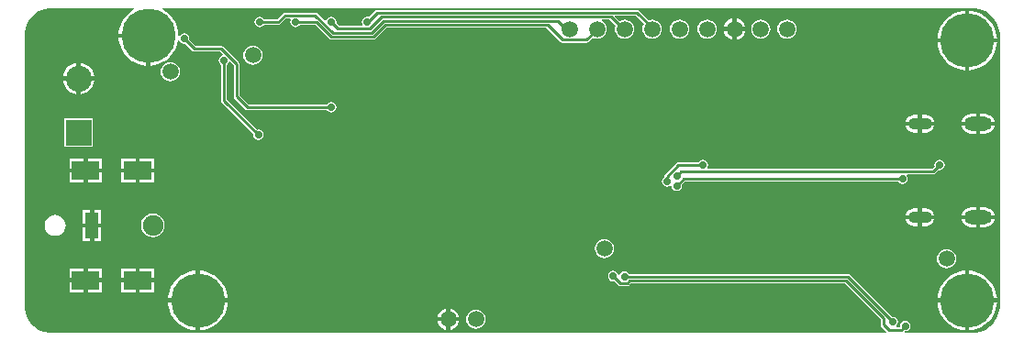
<source format=gbl>
G04*
G04 #@! TF.GenerationSoftware,Altium Limited,Altium Designer,20.1.14 (287)*
G04*
G04 Layer_Physical_Order=2*
G04 Layer_Color=16711680*
%FSLAX25Y25*%
%MOIN*%
G70*
G04*
G04 #@! TF.SameCoordinates,5CC0788B-ACE4-4DC4-998A-98AA571F8A3E*
G04*
G04*
G04 #@! TF.FilePolarity,Positive*
G04*
G01*
G75*
%ADD13C,0.01000*%
%ADD88C,0.05906*%
%ADD89C,0.19685*%
%ADD90C,0.09449*%
%ADD91R,0.09449X0.09449*%
%ADD92C,0.07480*%
%ADD93R,0.09843X0.06693*%
%ADD94R,0.04724X0.09449*%
%ADD95O,0.08661X0.04331*%
%ADD96O,0.10236X0.05118*%
%ADD97C,0.02756*%
%ADD98C,0.03937*%
%ADD99C,0.05000*%
G36*
X347248Y117726D02*
X349067Y116972D01*
X350705Y115878D01*
X352098Y114485D01*
X353193Y112847D01*
X353946Y111027D01*
X354331Y109095D01*
Y108110D01*
Y10000D01*
Y9015D01*
X353946Y7083D01*
X353193Y5263D01*
X352098Y3625D01*
X350705Y2232D01*
X349067Y1138D01*
X347248Y384D01*
X345316Y0D01*
X320100D01*
X319864Y500D01*
X319943Y597D01*
X320000Y585D01*
X320733Y731D01*
X321354Y1146D01*
X321769Y1767D01*
X321915Y2500D01*
X321769Y3233D01*
X321354Y3854D01*
X320733Y4269D01*
X320000Y4415D01*
X319267Y4269D01*
X318646Y3854D01*
X318231Y3233D01*
X318085Y2500D01*
X317671Y2020D01*
X316816D01*
X316665Y2520D01*
X316854Y2646D01*
X317269Y3267D01*
X317415Y4000D01*
X317269Y4733D01*
X316854Y5354D01*
X316233Y5769D01*
X315500Y5915D01*
X315106Y5836D01*
X299721Y21221D01*
X299390Y21442D01*
X299000Y21520D01*
X219577D01*
X219354Y21854D01*
X218733Y22269D01*
X218000Y22415D01*
X217267Y22269D01*
X216646Y21854D01*
X216231Y21233D01*
X216216Y21156D01*
X215706D01*
X215664Y21367D01*
X215249Y21988D01*
X214628Y22403D01*
X213895Y22549D01*
X213162Y22403D01*
X212541Y21988D01*
X212126Y21367D01*
X211980Y20634D01*
X212126Y19901D01*
X212541Y19280D01*
X213162Y18865D01*
X213895Y18719D01*
X214289Y18798D01*
X215686Y17401D01*
X216017Y17180D01*
X216407Y17102D01*
X218985D01*
X219375Y17180D01*
X219706Y17401D01*
X220285Y17980D01*
X297956D01*
X310980Y4956D01*
Y3000D01*
X311058Y2610D01*
X311279Y2279D01*
X313058Y500D01*
X312851Y0D01*
X9015D01*
X7083Y384D01*
X5263Y1138D01*
X3625Y2232D01*
X2232Y3625D01*
X1138Y5263D01*
X384Y7083D01*
X0Y9015D01*
Y10000D01*
Y108110D01*
Y109095D01*
X384Y111027D01*
X1138Y112847D01*
X2232Y114485D01*
X3625Y115878D01*
X5263Y116972D01*
X7083Y117726D01*
X9015Y118110D01*
X39790D01*
X39931Y117610D01*
X38607Y116799D01*
X37310Y115691D01*
X36201Y114393D01*
X35309Y112938D01*
X34656Y111361D01*
X34258Y109701D01*
X34183Y108750D01*
X45000D01*
Y108000D01*
X45750D01*
Y97183D01*
X46701Y97258D01*
X48361Y97656D01*
X49938Y98309D01*
X51393Y99201D01*
X52691Y100310D01*
X53799Y101607D01*
X54691Y103062D01*
X55344Y104639D01*
X55742Y106299D01*
X56136Y106273D01*
X56239Y106256D01*
X56646Y105646D01*
X57267Y105231D01*
X58000Y105085D01*
X58394Y105164D01*
X60954Y102603D01*
X61285Y102383D01*
X61676Y102305D01*
X71116D01*
X72080Y101341D01*
X71915Y100798D01*
X71767Y100769D01*
X71146Y100354D01*
X70731Y99733D01*
X70585Y99000D01*
X70731Y98267D01*
X71146Y97646D01*
X71480Y97423D01*
Y84500D01*
X71558Y84110D01*
X71779Y83779D01*
X83164Y72394D01*
X83085Y72000D01*
X83231Y71267D01*
X83646Y70646D01*
X84267Y70231D01*
X85000Y70085D01*
X85733Y70231D01*
X86354Y70646D01*
X86769Y71267D01*
X86915Y72000D01*
X86769Y72733D01*
X86354Y73354D01*
X85733Y73769D01*
X85000Y73915D01*
X84606Y73836D01*
X73520Y84922D01*
Y97423D01*
X73854Y97646D01*
X74269Y98267D01*
X74299Y98415D01*
X74841Y98580D01*
X75980Y97441D01*
Y86000D01*
X76058Y85610D01*
X76279Y85279D01*
X80279Y81279D01*
X80610Y81058D01*
X81000Y80980D01*
X109923D01*
X110146Y80646D01*
X110767Y80231D01*
X111500Y80085D01*
X112233Y80231D01*
X112854Y80646D01*
X113269Y81267D01*
X113415Y82000D01*
X113269Y82733D01*
X112854Y83354D01*
X112233Y83769D01*
X111500Y83915D01*
X110767Y83769D01*
X110146Y83354D01*
X109923Y83020D01*
X81422D01*
X78020Y86422D01*
Y97863D01*
X77942Y98253D01*
X77721Y98584D01*
X72259Y104045D01*
X71929Y104267D01*
X71538Y104344D01*
X62098D01*
X59836Y106606D01*
X59915Y107000D01*
X59769Y107733D01*
X59354Y108354D01*
X58733Y108769D01*
X58000Y108915D01*
X57267Y108769D01*
X56646Y108354D01*
X56373Y107946D01*
X56091Y107976D01*
X55869Y108091D01*
X55742Y109701D01*
X55344Y111361D01*
X54691Y112938D01*
X53799Y114393D01*
X52691Y115691D01*
X51393Y116799D01*
X50069Y117610D01*
X50210Y118110D01*
X345316D01*
X347248Y117726D01*
D02*
G37*
%LPC*%
G36*
X222500Y117520D02*
X128165D01*
X127774Y117442D01*
X127444Y117221D01*
X125032Y114809D01*
X124500Y114915D01*
X123767Y114769D01*
X123146Y114354D01*
X122731Y113733D01*
X122585Y113000D01*
X122731Y112267D01*
X122815Y112142D01*
X122548Y111642D01*
X114300D01*
X113336Y112606D01*
X113415Y113000D01*
X113269Y113733D01*
X112854Y114354D01*
X112233Y114769D01*
X111500Y114915D01*
X110767Y114769D01*
X110146Y114354D01*
X109731Y113733D01*
X109702Y113585D01*
X109159Y113420D01*
X106358Y116221D01*
X106027Y116442D01*
X105637Y116520D01*
X94738D01*
X94347Y116442D01*
X94017Y116221D01*
X91815Y114020D01*
X87077D01*
X86854Y114354D01*
X86233Y114769D01*
X85500Y114915D01*
X84767Y114769D01*
X84146Y114354D01*
X83731Y113733D01*
X83585Y113000D01*
X83731Y112267D01*
X84146Y111646D01*
X84767Y111231D01*
X85500Y111085D01*
X86233Y111231D01*
X86854Y111646D01*
X87077Y111980D01*
X92238D01*
X92628Y112058D01*
X92958Y112279D01*
X95160Y114480D01*
X96629D01*
X96896Y113980D01*
X96731Y113733D01*
X96585Y113000D01*
X96731Y112267D01*
X97146Y111646D01*
X97767Y111231D01*
X98500Y111085D01*
X99233Y111231D01*
X99854Y111646D01*
X100077Y111980D01*
X105593D01*
X110673Y106901D01*
X111003Y106680D01*
X111394Y106602D01*
X126728D01*
X127118Y106680D01*
X127449Y106901D01*
X131528Y110980D01*
X189578D01*
X194732Y105826D01*
X195063Y105605D01*
X195453Y105528D01*
X204047D01*
X204437Y105605D01*
X204768Y105826D01*
X206377Y107435D01*
X207099Y107136D01*
X208000Y107018D01*
X208901Y107136D01*
X209741Y107484D01*
X210462Y108037D01*
X211016Y108759D01*
X211364Y109599D01*
X211483Y110500D01*
X211364Y111401D01*
X211016Y112241D01*
X210462Y112962D01*
X209788Y113480D01*
X209789Y113636D01*
X209927Y113980D01*
X212578D01*
X214789Y111769D01*
X214636Y111401D01*
X214517Y110500D01*
X214636Y109599D01*
X214984Y108759D01*
X215538Y108037D01*
X216259Y107484D01*
X217099Y107136D01*
X218000Y107018D01*
X218901Y107136D01*
X219741Y107484D01*
X220462Y108037D01*
X221016Y108759D01*
X221364Y109599D01*
X221482Y110500D01*
X221364Y111401D01*
X221016Y112241D01*
X220462Y112962D01*
X219741Y113516D01*
X218901Y113864D01*
X218000Y113982D01*
X217099Y113864D01*
X216259Y113516D01*
X216070Y113372D01*
X214423Y115018D01*
X214615Y115480D01*
X222078D01*
X225129Y112430D01*
X224984Y112241D01*
X224636Y111401D01*
X224517Y110500D01*
X224636Y109599D01*
X224984Y108759D01*
X225537Y108037D01*
X226259Y107484D01*
X227099Y107136D01*
X228000Y107018D01*
X228901Y107136D01*
X229741Y107484D01*
X230463Y108037D01*
X231016Y108759D01*
X231364Y109599D01*
X231483Y110500D01*
X231364Y111401D01*
X231016Y112241D01*
X230463Y112962D01*
X229741Y113516D01*
X228901Y113864D01*
X228000Y113982D01*
X227099Y113864D01*
X226730Y113711D01*
X223221Y117221D01*
X222890Y117442D01*
X222500Y117520D01*
D02*
G37*
G36*
X258750Y114388D02*
Y111250D01*
X261888D01*
X261851Y111532D01*
X261453Y112493D01*
X260819Y113319D01*
X259993Y113953D01*
X259032Y114351D01*
X258750Y114388D01*
D02*
G37*
G36*
X257250D02*
X256968Y114351D01*
X256007Y113953D01*
X255181Y113319D01*
X254547Y112493D01*
X254149Y111532D01*
X254112Y111250D01*
X257250D01*
Y114388D01*
D02*
G37*
G36*
X343270Y117116D02*
Y107049D01*
X353337D01*
X353262Y108001D01*
X352863Y109660D01*
X352210Y111237D01*
X351319Y112692D01*
X350210Y113990D01*
X348913Y115098D01*
X347457Y115990D01*
X345881Y116643D01*
X344221Y117041D01*
X343270Y117116D01*
D02*
G37*
G36*
X341770D02*
X340818Y117041D01*
X339159Y116643D01*
X337582Y115990D01*
X336127Y115098D01*
X334829Y113990D01*
X333721Y112692D01*
X332829Y111237D01*
X332176Y109660D01*
X331778Y108001D01*
X331703Y107049D01*
X341770D01*
Y117116D01*
D02*
G37*
G36*
X277000Y113982D02*
X276099Y113864D01*
X275259Y113516D01*
X274537Y112962D01*
X273984Y112241D01*
X273636Y111401D01*
X273517Y110500D01*
X273636Y109599D01*
X273984Y108759D01*
X274537Y108037D01*
X275259Y107484D01*
X276099Y107136D01*
X277000Y107018D01*
X277901Y107136D01*
X278741Y107484D01*
X279463Y108037D01*
X280016Y108759D01*
X280364Y109599D01*
X280483Y110500D01*
X280364Y111401D01*
X280016Y112241D01*
X279463Y112962D01*
X278741Y113516D01*
X277901Y113864D01*
X277000Y113982D01*
D02*
G37*
G36*
X267500D02*
X266599Y113864D01*
X265759Y113516D01*
X265037Y112962D01*
X264484Y112241D01*
X264136Y111401D01*
X264018Y110500D01*
X264136Y109599D01*
X264484Y108759D01*
X265037Y108037D01*
X265759Y107484D01*
X266599Y107136D01*
X267500Y107018D01*
X268401Y107136D01*
X269241Y107484D01*
X269963Y108037D01*
X270516Y108759D01*
X270864Y109599D01*
X270983Y110500D01*
X270864Y111401D01*
X270516Y112241D01*
X269963Y112962D01*
X269241Y113516D01*
X268401Y113864D01*
X267500Y113982D01*
D02*
G37*
G36*
X248000D02*
X247099Y113864D01*
X246259Y113516D01*
X245537Y112962D01*
X244984Y112241D01*
X244636Y111401D01*
X244517Y110500D01*
X244636Y109599D01*
X244984Y108759D01*
X245537Y108037D01*
X246259Y107484D01*
X247099Y107136D01*
X248000Y107018D01*
X248901Y107136D01*
X249741Y107484D01*
X250463Y108037D01*
X251016Y108759D01*
X251364Y109599D01*
X251483Y110500D01*
X251364Y111401D01*
X251016Y112241D01*
X250463Y112962D01*
X249741Y113516D01*
X248901Y113864D01*
X248000Y113982D01*
D02*
G37*
G36*
X238000D02*
X237099Y113864D01*
X236259Y113516D01*
X235538Y112962D01*
X234984Y112241D01*
X234636Y111401D01*
X234518Y110500D01*
X234636Y109599D01*
X234984Y108759D01*
X235538Y108037D01*
X236259Y107484D01*
X237099Y107136D01*
X238000Y107018D01*
X238901Y107136D01*
X239741Y107484D01*
X240462Y108037D01*
X241016Y108759D01*
X241364Y109599D01*
X241482Y110500D01*
X241364Y111401D01*
X241016Y112241D01*
X240462Y112962D01*
X239741Y113516D01*
X238901Y113864D01*
X238000Y113982D01*
D02*
G37*
G36*
X257250Y109750D02*
X254112D01*
X254149Y109468D01*
X254547Y108507D01*
X255181Y107681D01*
X256007Y107047D01*
X256968Y106649D01*
X257250Y106612D01*
Y109750D01*
D02*
G37*
G36*
X261888D02*
X258750D01*
Y106612D01*
X259032Y106649D01*
X259993Y107047D01*
X260819Y107681D01*
X261453Y108507D01*
X261851Y109468D01*
X261888Y109750D01*
D02*
G37*
G36*
X83000Y104482D02*
X82099Y104364D01*
X81259Y104016D01*
X80537Y103463D01*
X79984Y102741D01*
X79636Y101901D01*
X79518Y101000D01*
X79636Y100099D01*
X79984Y99259D01*
X80537Y98537D01*
X81259Y97984D01*
X82099Y97636D01*
X83000Y97518D01*
X83901Y97636D01*
X84741Y97984D01*
X85462Y98537D01*
X86016Y99259D01*
X86364Y100099D01*
X86483Y101000D01*
X86364Y101901D01*
X86016Y102741D01*
X85462Y103463D01*
X84741Y104016D01*
X83901Y104364D01*
X83000Y104482D01*
D02*
G37*
G36*
X44250Y107250D02*
X34183D01*
X34258Y106299D01*
X34656Y104639D01*
X35309Y103062D01*
X36201Y101607D01*
X37310Y100310D01*
X38607Y99201D01*
X40062Y98309D01*
X41639Y97656D01*
X43299Y97258D01*
X44250Y97183D01*
Y107250D01*
D02*
G37*
G36*
X353337Y105549D02*
X343270D01*
Y95482D01*
X344221Y95557D01*
X345881Y95955D01*
X347457Y96609D01*
X348913Y97500D01*
X350210Y98609D01*
X351319Y99906D01*
X352210Y101362D01*
X352863Y102938D01*
X353262Y104598D01*
X353337Y105549D01*
D02*
G37*
G36*
X341770D02*
X331703D01*
X331778Y104598D01*
X332176Y102938D01*
X332829Y101362D01*
X333721Y99906D01*
X334829Y98609D01*
X336127Y97500D01*
X337582Y96609D01*
X339159Y95955D01*
X340818Y95557D01*
X341770Y95482D01*
Y105549D01*
D02*
G37*
G36*
X20435Y98195D02*
Y93270D01*
X25360D01*
X25262Y94014D01*
X24685Y95407D01*
X23768Y96602D01*
X22572Y97520D01*
X21179Y98097D01*
X20435Y98195D01*
D02*
G37*
G36*
X18935D02*
X18191Y98097D01*
X16798Y97520D01*
X15602Y96602D01*
X14685Y95407D01*
X14108Y94014D01*
X14010Y93270D01*
X18935D01*
Y98195D01*
D02*
G37*
G36*
X53000Y98483D02*
X52099Y98364D01*
X51259Y98016D01*
X50538Y97462D01*
X49984Y96741D01*
X49636Y95901D01*
X49518Y95000D01*
X49636Y94099D01*
X49984Y93259D01*
X50538Y92537D01*
X51259Y91984D01*
X52099Y91636D01*
X53000Y91518D01*
X53901Y91636D01*
X54741Y91984D01*
X55462Y92537D01*
X56016Y93259D01*
X56364Y94099D01*
X56482Y95000D01*
X56364Y95901D01*
X56016Y96741D01*
X55462Y97462D01*
X54741Y98016D01*
X53901Y98364D01*
X53000Y98483D01*
D02*
G37*
G36*
X25360Y91770D02*
X20435D01*
Y86845D01*
X21179Y86943D01*
X22572Y87519D01*
X23768Y88437D01*
X24685Y89633D01*
X25262Y91025D01*
X25360Y91770D01*
D02*
G37*
G36*
X18935D02*
X14010D01*
X14108Y91025D01*
X14685Y89633D01*
X15602Y88437D01*
X16798Y87519D01*
X18191Y86943D01*
X18935Y86845D01*
Y91770D01*
D02*
G37*
G36*
X349016Y79653D02*
X347207D01*
Y76813D01*
X352507D01*
X352483Y76992D01*
X352125Y77858D01*
X351554Y78601D01*
X350811Y79172D01*
X349945Y79530D01*
X349016Y79653D01*
D02*
G37*
G36*
X327520Y79256D02*
X326104D01*
Y76813D01*
X330614D01*
X330604Y76889D01*
X330285Y77659D01*
X329777Y78320D01*
X329116Y78828D01*
X328346Y79147D01*
X327520Y79256D01*
D02*
G37*
G36*
X324604D02*
X323189D01*
X322363Y79147D01*
X321593Y78828D01*
X320931Y78320D01*
X320424Y77659D01*
X320105Y76889D01*
X320095Y76813D01*
X324604D01*
Y79256D01*
D02*
G37*
G36*
X345707Y79653D02*
X343898D01*
X342969Y79530D01*
X342103Y79172D01*
X341359Y78601D01*
X340789Y77858D01*
X340430Y76992D01*
X340407Y76813D01*
X345707D01*
Y79653D01*
D02*
G37*
G36*
X330614Y75313D02*
X326104D01*
Y72870D01*
X327520D01*
X328346Y72979D01*
X329116Y73298D01*
X329777Y73805D01*
X330285Y74467D01*
X330604Y75237D01*
X330614Y75313D01*
D02*
G37*
G36*
X324604D02*
X320095D01*
X320105Y75237D01*
X320424Y74467D01*
X320931Y73805D01*
X321593Y73298D01*
X322363Y72979D01*
X323189Y72870D01*
X324604D01*
Y75313D01*
D02*
G37*
G36*
X352507D02*
X347207D01*
Y72473D01*
X349016D01*
X349945Y72596D01*
X350811Y72954D01*
X351554Y73525D01*
X352125Y74268D01*
X352483Y75134D01*
X352507Y75313D01*
D02*
G37*
G36*
X345707D02*
X340407D01*
X340430Y75134D01*
X340789Y74268D01*
X341359Y73525D01*
X342103Y72954D01*
X342969Y72596D01*
X343898Y72473D01*
X345707D01*
Y75313D01*
D02*
G37*
G36*
X24909Y78059D02*
X14461D01*
Y67610D01*
X24909D01*
Y78059D01*
D02*
G37*
G36*
X47063Y63402D02*
X41892D01*
Y59805D01*
X47063D01*
Y63402D01*
D02*
G37*
G36*
X28165D02*
X22994D01*
Y59805D01*
X28165D01*
Y63402D01*
D02*
G37*
G36*
X40392D02*
X35221D01*
Y59805D01*
X40392D01*
Y63402D01*
D02*
G37*
G36*
X21494D02*
X16323D01*
Y59805D01*
X21494D01*
Y63402D01*
D02*
G37*
G36*
X332500Y62915D02*
X331767Y62769D01*
X331146Y62354D01*
X330731Y61733D01*
X330585Y61000D01*
X330664Y60606D01*
X329700Y59642D01*
X248452D01*
X248185Y60142D01*
X248269Y60267D01*
X248415Y61000D01*
X248269Y61733D01*
X247854Y62354D01*
X247233Y62769D01*
X246500Y62915D01*
X245767Y62769D01*
X245146Y62354D01*
X244923Y62020D01*
X237637D01*
X237247Y61942D01*
X236916Y61721D01*
X232779Y57584D01*
X232558Y57253D01*
X232480Y56863D01*
Y56577D01*
X232146Y56354D01*
X231731Y55733D01*
X231585Y55000D01*
X231731Y54267D01*
X232146Y53646D01*
X232767Y53231D01*
X233500Y53085D01*
X234233Y53231D01*
X234611Y53484D01*
X235137Y53239D01*
X235231Y52767D01*
X235646Y52146D01*
X236267Y51731D01*
X237000Y51585D01*
X237733Y51731D01*
X238354Y52146D01*
X238769Y52767D01*
X238915Y53500D01*
X238836Y53894D01*
X239922Y54980D01*
X317423D01*
X317646Y54646D01*
X318267Y54231D01*
X319000Y54085D01*
X319733Y54231D01*
X320354Y54646D01*
X320769Y55267D01*
X320915Y56000D01*
X320769Y56733D01*
X320522Y57102D01*
X320789Y57602D01*
X330122D01*
X330512Y57680D01*
X330843Y57901D01*
X332106Y59164D01*
X332500Y59085D01*
X333233Y59231D01*
X333854Y59646D01*
X334269Y60267D01*
X334415Y61000D01*
X334269Y61733D01*
X333854Y62354D01*
X333233Y62769D01*
X332500Y62915D01*
D02*
G37*
G36*
X47063Y58305D02*
X41892D01*
Y54709D01*
X47063D01*
Y58305D01*
D02*
G37*
G36*
X40392D02*
X35221D01*
Y54709D01*
X40392D01*
Y58305D01*
D02*
G37*
G36*
X28165D02*
X22994D01*
Y54709D01*
X28165D01*
Y58305D01*
D02*
G37*
G36*
X21494D02*
X16323D01*
Y54709D01*
X21494D01*
Y58305D01*
D02*
G37*
G36*
X349016Y45637D02*
X347207D01*
Y42797D01*
X352507D01*
X352483Y42976D01*
X352125Y43842D01*
X351554Y44586D01*
X350811Y45156D01*
X349945Y45515D01*
X349016Y45637D01*
D02*
G37*
G36*
X327520Y45240D02*
X326104D01*
Y42797D01*
X330614D01*
X330604Y42874D01*
X330285Y43644D01*
X329777Y44305D01*
X329116Y44812D01*
X328346Y45131D01*
X327520Y45240D01*
D02*
G37*
G36*
X324604D02*
X323189D01*
X322363Y45131D01*
X321593Y44812D01*
X320931Y44305D01*
X320424Y43644D01*
X320105Y42874D01*
X320095Y42797D01*
X324604D01*
Y45240D01*
D02*
G37*
G36*
X345707Y45637D02*
X343898D01*
X342969Y45515D01*
X342103Y45156D01*
X341359Y44586D01*
X340789Y43842D01*
X340430Y42976D01*
X340407Y42797D01*
X345707D01*
Y45637D01*
D02*
G37*
G36*
X27968Y44839D02*
X25356D01*
Y39864D01*
X27968D01*
Y44839D01*
D02*
G37*
G36*
X23856D02*
X21244D01*
Y39864D01*
X23856D01*
Y44839D01*
D02*
G37*
G36*
X330614Y41297D02*
X326104D01*
Y38855D01*
X327520D01*
X328346Y38963D01*
X329116Y39282D01*
X329777Y39790D01*
X330285Y40451D01*
X330604Y41221D01*
X330614Y41297D01*
D02*
G37*
G36*
X324604D02*
X320095D01*
X320105Y41221D01*
X320424Y40451D01*
X320931Y39790D01*
X321593Y39282D01*
X322363Y38963D01*
X323189Y38855D01*
X324604D01*
Y41297D01*
D02*
G37*
G36*
X352507D02*
X347207D01*
Y38458D01*
X349016D01*
X349945Y38580D01*
X350811Y38938D01*
X351554Y39509D01*
X352125Y40252D01*
X352483Y41118D01*
X352507Y41297D01*
D02*
G37*
G36*
X345707D02*
X340407D01*
X340430Y41118D01*
X340789Y40252D01*
X341359Y39509D01*
X342103Y38938D01*
X342969Y38580D01*
X343898Y38458D01*
X345707D01*
Y41297D01*
D02*
G37*
G36*
X11220Y42994D02*
X10216Y42862D01*
X9281Y42474D01*
X8477Y41857D01*
X7861Y41054D01*
X7473Y40118D01*
X7341Y39114D01*
X7473Y38110D01*
X7861Y37174D01*
X8477Y36371D01*
X9281Y35754D01*
X10216Y35367D01*
X11220Y35234D01*
X12225Y35367D01*
X13160Y35754D01*
X13964Y36371D01*
X14580Y37174D01*
X14968Y38110D01*
X15100Y39114D01*
X14968Y40118D01*
X14580Y41054D01*
X13964Y41857D01*
X13160Y42474D01*
X12225Y42862D01*
X11220Y42994D01*
D02*
G37*
G36*
X46654Y43391D02*
X45547Y43245D01*
X44515Y42818D01*
X43629Y42138D01*
X42950Y41252D01*
X42522Y40221D01*
X42377Y39114D01*
X42522Y38007D01*
X42950Y36976D01*
X43629Y36090D01*
X44515Y35410D01*
X45547Y34983D01*
X46654Y34837D01*
X47760Y34983D01*
X48792Y35410D01*
X49678Y36090D01*
X50357Y36976D01*
X50785Y38007D01*
X50930Y39114D01*
X50785Y40221D01*
X50357Y41252D01*
X49678Y42138D01*
X48792Y42818D01*
X47760Y43245D01*
X46654Y43391D01*
D02*
G37*
G36*
X27968Y38364D02*
X25356D01*
Y33390D01*
X27968D01*
Y38364D01*
D02*
G37*
G36*
X23856D02*
X21244D01*
Y33390D01*
X23856D01*
Y38364D01*
D02*
G37*
G36*
X210673Y34156D02*
X209772Y34037D01*
X208932Y33689D01*
X208211Y33136D01*
X207657Y32414D01*
X207309Y31575D01*
X207191Y30673D01*
X207309Y29772D01*
X207657Y28932D01*
X208211Y28211D01*
X208932Y27657D01*
X209772Y27309D01*
X210673Y27191D01*
X211575Y27309D01*
X212415Y27657D01*
X213136Y28211D01*
X213689Y28932D01*
X214037Y29772D01*
X214156Y30673D01*
X214037Y31575D01*
X213689Y32414D01*
X213136Y33136D01*
X212415Y33689D01*
X211575Y34037D01*
X210673Y34156D01*
D02*
G37*
G36*
X335000Y30483D02*
X334099Y30364D01*
X333259Y30016D01*
X332538Y29463D01*
X331984Y28741D01*
X331636Y27901D01*
X331518Y27000D01*
X331636Y26099D01*
X331984Y25259D01*
X332538Y24538D01*
X333259Y23984D01*
X334099Y23636D01*
X335000Y23517D01*
X335901Y23636D01*
X336741Y23984D01*
X337462Y24538D01*
X338016Y25259D01*
X338364Y26099D01*
X338482Y27000D01*
X338364Y27901D01*
X338016Y28741D01*
X337462Y29463D01*
X336741Y30016D01*
X335901Y30364D01*
X335000Y30483D01*
D02*
G37*
G36*
X47063Y23520D02*
X41892D01*
Y19923D01*
X47063D01*
Y23520D01*
D02*
G37*
G36*
X28165D02*
X22994D01*
Y19923D01*
X28165D01*
Y23520D01*
D02*
G37*
G36*
X40392D02*
X35221D01*
Y19923D01*
X40392D01*
Y23520D01*
D02*
G37*
G36*
X21494D02*
X16323D01*
Y19923D01*
X21494D01*
Y23520D01*
D02*
G37*
G36*
X47063Y18423D02*
X41892D01*
Y14827D01*
X47063D01*
Y18423D01*
D02*
G37*
G36*
X40392D02*
X35221D01*
Y14827D01*
X40392D01*
Y18423D01*
D02*
G37*
G36*
X28165D02*
X22994D01*
Y14827D01*
X28165D01*
Y18423D01*
D02*
G37*
G36*
X21494D02*
X16323D01*
Y14827D01*
X21494D01*
Y18423D01*
D02*
G37*
G36*
X343270Y22628D02*
Y12561D01*
X353337D01*
X353262Y13512D01*
X352863Y15172D01*
X352210Y16749D01*
X351319Y18204D01*
X350210Y19502D01*
X348913Y20610D01*
X347457Y21502D01*
X345881Y22155D01*
X344221Y22553D01*
X343270Y22628D01*
D02*
G37*
G36*
X341770D02*
X340818Y22553D01*
X339159Y22155D01*
X337582Y21502D01*
X336127Y20610D01*
X334829Y19502D01*
X333721Y18204D01*
X332829Y16749D01*
X332176Y15172D01*
X331778Y13512D01*
X331703Y12561D01*
X341770D01*
Y22628D01*
D02*
G37*
G36*
X63742D02*
Y12561D01*
X73809D01*
X73734Y13512D01*
X73336Y15172D01*
X72683Y16749D01*
X71791Y18204D01*
X70683Y19502D01*
X69385Y20610D01*
X67930Y21502D01*
X66353Y22155D01*
X64693Y22553D01*
X63742Y22628D01*
D02*
G37*
G36*
X62242D02*
X61291Y22553D01*
X59631Y22155D01*
X58055Y21502D01*
X56599Y20610D01*
X55302Y19502D01*
X54193Y18204D01*
X53302Y16749D01*
X52648Y15172D01*
X52250Y13512D01*
X52175Y12561D01*
X62242D01*
Y22628D01*
D02*
G37*
G36*
X154750Y8888D02*
Y5750D01*
X157888D01*
X157851Y6032D01*
X157453Y6993D01*
X156819Y7819D01*
X155993Y8453D01*
X155032Y8851D01*
X154750Y8888D01*
D02*
G37*
G36*
X153250D02*
X152968Y8851D01*
X152007Y8453D01*
X151181Y7819D01*
X150547Y6993D01*
X150149Y6032D01*
X150112Y5750D01*
X153250D01*
Y8888D01*
D02*
G37*
G36*
X164000Y8483D02*
X163099Y8364D01*
X162259Y8016D01*
X161538Y7463D01*
X160984Y6741D01*
X160636Y5901D01*
X160518Y5000D01*
X160636Y4099D01*
X160984Y3259D01*
X161538Y2537D01*
X162259Y1984D01*
X163099Y1636D01*
X164000Y1517D01*
X164901Y1636D01*
X165741Y1984D01*
X166463Y2537D01*
X167016Y3259D01*
X167364Y4099D01*
X167482Y5000D01*
X167364Y5901D01*
X167016Y6741D01*
X166463Y7463D01*
X165741Y8016D01*
X164901Y8364D01*
X164000Y8483D01*
D02*
G37*
G36*
X157888Y4250D02*
X154750D01*
Y1112D01*
X155032Y1149D01*
X155993Y1547D01*
X156819Y2181D01*
X157453Y3007D01*
X157851Y3968D01*
X157888Y4250D01*
D02*
G37*
G36*
X153250D02*
X150112D01*
X150149Y3968D01*
X150547Y3007D01*
X151181Y2181D01*
X152007Y1547D01*
X152968Y1149D01*
X153250Y1112D01*
Y4250D01*
D02*
G37*
G36*
X353337Y11061D02*
X343270D01*
Y994D01*
X344221Y1069D01*
X345881Y1467D01*
X347457Y2120D01*
X348913Y3012D01*
X350210Y4121D01*
X351319Y5418D01*
X352210Y6873D01*
X352863Y8450D01*
X353262Y10110D01*
X353337Y11061D01*
D02*
G37*
G36*
X341770D02*
X331703D01*
X331778Y10110D01*
X332176Y8450D01*
X332829Y6873D01*
X333721Y5418D01*
X334829Y4121D01*
X336127Y3012D01*
X337582Y2120D01*
X339159Y1467D01*
X340818Y1069D01*
X341770Y994D01*
Y11061D01*
D02*
G37*
G36*
X73809D02*
X63742D01*
Y994D01*
X64693Y1069D01*
X66353Y1467D01*
X67930Y2120D01*
X69385Y3012D01*
X70683Y4121D01*
X71791Y5418D01*
X72683Y6873D01*
X73336Y8450D01*
X73734Y10110D01*
X73809Y11061D01*
D02*
G37*
G36*
X62242D02*
X52175D01*
X52250Y10110D01*
X52648Y8450D01*
X53302Y6873D01*
X54193Y5418D01*
X55302Y4121D01*
X56599Y3012D01*
X58055Y2120D01*
X59631Y1467D01*
X61291Y1069D01*
X62242Y994D01*
Y11061D01*
D02*
G37*
%LPD*%
D13*
X237000Y53500D02*
X237000D01*
X239500Y56000D02*
X319000D01*
X237000Y53500D02*
X239500Y56000D01*
X237000Y57000D02*
X238622Y58622D01*
X330122D01*
X233500Y55000D02*
Y56863D01*
X237637Y61000D01*
X246500D01*
X330122Y58622D02*
X332500Y61000D01*
X213895Y20634D02*
X216407Y18122D01*
X218985D01*
X298379Y19000D02*
X312000Y5379D01*
X219863Y19000D02*
X298379D01*
X218985Y18122D02*
X219863Y19000D01*
X312000Y3000D02*
Y5379D01*
Y3000D02*
X314000Y1000D01*
X318500D01*
X320000Y2500D01*
X218000Y20500D02*
X299000D01*
X315500Y4000D01*
Y4000D02*
Y4000D01*
X213000Y115000D02*
X218000Y110000D01*
X195453Y106547D02*
X204047D01*
X208000Y110500D01*
X131106Y112000D02*
X190000D01*
X195453Y106547D01*
X126728Y107622D02*
X131106Y112000D01*
X111394Y107622D02*
X126728D01*
X106016Y113000D02*
X111394Y107622D01*
X98500Y113000D02*
X106016D01*
X130484Y113500D02*
X193961D01*
X126106Y109122D02*
X128378Y111394D01*
Y111394D01*
X130484Y113500D01*
X112015Y109122D02*
X126106D01*
X126878Y112015D02*
Y112015D01*
X129863Y115000D02*
X213000D01*
X126878Y112015D02*
X129863Y115000D01*
X125485Y110622D02*
X126878Y112015D01*
X113878Y110622D02*
X125485D01*
X193961Y113500D02*
X196961Y110500D01*
X198000D01*
X124664Y113000D02*
X128165Y116500D01*
X222500D02*
X228000Y111000D01*
X128165Y116500D02*
X222500D01*
X105637Y115500D02*
X112015Y109122D01*
X94738Y115500D02*
X105637D01*
X85500Y113000D02*
X92238D01*
X94738Y115500D01*
X111500Y113000D02*
X113878Y110622D01*
X72500Y84500D02*
X85000Y72000D01*
X72500Y84500D02*
Y99000D01*
X124500Y113000D02*
X124664D01*
X81000Y82000D02*
X111500D01*
X77000Y86000D02*
X81000Y82000D01*
X77000Y86000D02*
Y97863D01*
X61676Y103324D02*
X71538D01*
X58000Y107000D02*
X61676Y103324D01*
X71538D02*
X77000Y97863D01*
D88*
X154000Y5000D02*
D03*
X258000Y110500D02*
D03*
X83000Y101000D02*
D03*
X335000Y27000D02*
D03*
X164000Y5000D02*
D03*
X53000Y95000D02*
D03*
X210673Y30673D02*
D03*
X198000Y110500D02*
D03*
X208000D02*
D03*
X218000D02*
D03*
X277000D02*
D03*
X267500D02*
D03*
X248000D02*
D03*
X238000D02*
D03*
X228000D02*
D03*
D89*
X342520Y11811D02*
D03*
Y106299D02*
D03*
X62992Y11811D02*
D03*
X45000Y108000D02*
D03*
D90*
X19685Y92520D02*
D03*
D91*
Y72835D02*
D03*
D92*
X46654Y39114D02*
D03*
D93*
X41142Y59055D02*
D03*
X22244D02*
D03*
X41142Y19173D02*
D03*
X22244D02*
D03*
D94*
X24606Y39114D02*
D03*
D95*
X325354Y42047D02*
D03*
Y76063D02*
D03*
D96*
X346457Y42047D02*
D03*
Y76063D02*
D03*
D97*
X240755Y85196D02*
D03*
X332677Y94488D02*
D03*
Y86614D02*
D03*
X324803Y102362D02*
D03*
Y94488D02*
D03*
Y86614D02*
D03*
X316929Y102362D02*
D03*
Y94488D02*
D03*
Y86614D02*
D03*
X342520Y51181D02*
D03*
Y59055D02*
D03*
Y66929D02*
D03*
X350394D02*
D03*
Y59055D02*
D03*
Y51181D02*
D03*
X29528Y108268D02*
D03*
X21654D02*
D03*
X13780D02*
D03*
X5906D02*
D03*
X120079Y104331D02*
D03*
X112205D02*
D03*
X104331D02*
D03*
X96457D02*
D03*
X4437Y20185D02*
D03*
Y28059D02*
D03*
Y51681D02*
D03*
Y59555D02*
D03*
Y67429D02*
D03*
Y75303D02*
D03*
X8378Y4000D02*
D03*
X16252D02*
D03*
X24126D02*
D03*
X32000D02*
D03*
X39874D02*
D03*
X47748D02*
D03*
X78740Y14636D02*
D03*
X86614D02*
D03*
X94488D02*
D03*
X102362D02*
D03*
X110236D02*
D03*
X118110D02*
D03*
X125984D02*
D03*
X133858D02*
D03*
Y6762D02*
D03*
X125984D02*
D03*
X118110D02*
D03*
X110236D02*
D03*
X102362D02*
D03*
X94488D02*
D03*
X86614D02*
D03*
X78740D02*
D03*
X344000Y34000D02*
D03*
X314000Y20500D02*
D03*
X318500Y25500D02*
D03*
X303500Y20500D02*
D03*
X272500Y23000D02*
D03*
X280500Y34500D02*
D03*
X253270Y24535D02*
D03*
X233000Y24500D02*
D03*
X227000D02*
D03*
X89500Y27500D02*
D03*
X83000D02*
D03*
X77500Y35500D02*
D03*
X70500D02*
D03*
X58000Y54000D02*
D03*
X64000D02*
D03*
X70000D02*
D03*
X96000Y86000D02*
D03*
Y75500D02*
D03*
X68500Y76500D02*
D03*
X83000Y91000D02*
D03*
X222000Y67500D02*
D03*
X207000Y81500D02*
D03*
X186000Y99000D02*
D03*
X233500Y55000D02*
D03*
X246500Y61000D02*
D03*
X237000Y57000D02*
D03*
Y53500D02*
D03*
X319000Y56000D02*
D03*
X332500Y61000D02*
D03*
X213895Y20634D02*
D03*
X315500Y4000D02*
D03*
X320000Y2500D02*
D03*
X218000Y20500D02*
D03*
X124500Y113000D02*
D03*
X111500D02*
D03*
X98500D02*
D03*
X85500D02*
D03*
X58000Y107000D02*
D03*
X111500Y82000D02*
D03*
X72500Y99000D02*
D03*
X85000Y72000D02*
D03*
D98*
X267000Y63500D02*
D03*
X297000Y63000D02*
D03*
X304500Y108846D02*
D03*
Y100000D02*
D03*
D99*
X164000Y106500D02*
D03*
X133858Y106299D02*
D03*
M02*

</source>
